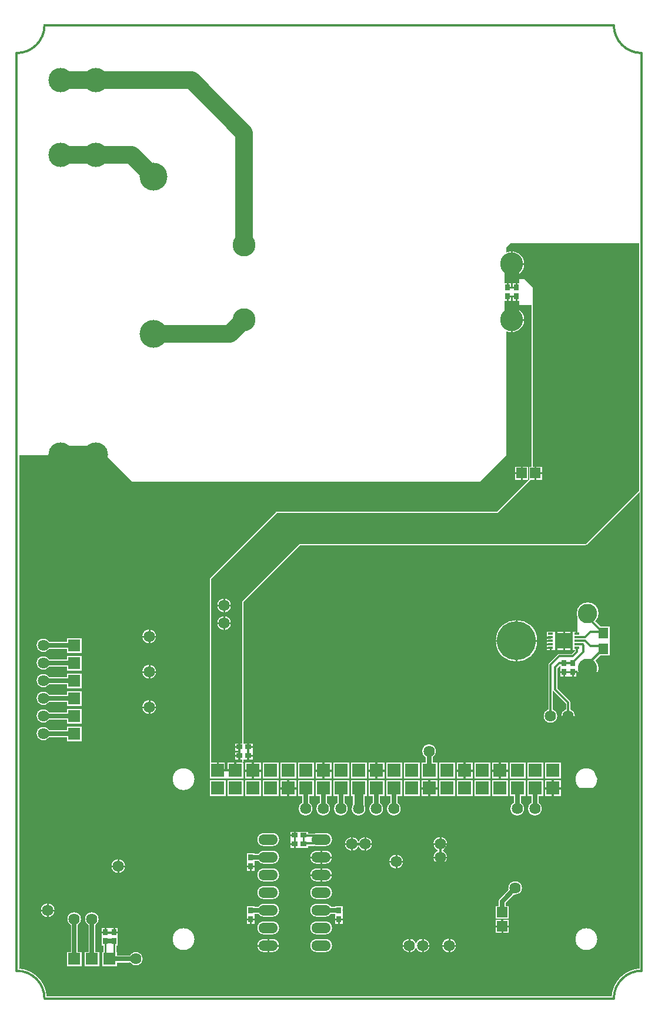
<source format=gbr>
G04 EasyPC Gerber Version 20.0.2 Build 4112 *
%FSLAX35Y35*%
%MOIN*%
%ADD28R,0.02800X0.03500*%
%ADD24R,0.05500X0.06000*%
%ADD116R,0.05906X0.05906*%
%ADD20R,0.06800X0.06800*%
%ADD119R,0.07600X0.07600*%
%ADD110C,0.00100*%
%ADD12C,0.01000*%
%ADD109C,0.01200*%
%ADD76C,0.02500*%
%ADD123C,0.05000*%
%ADD120C,0.06400*%
%ADD18O,0.11000X0.06000*%
%ADD121R,0.03110X0.01181*%
%ADD29R,0.03500X0.02800*%
%ADD108C,0.10000*%
%ADD113C,0.11024*%
%ADD115C,0.12992*%
%ADD112C,0.13780*%
%ADD124C,0.15748*%
%ADD114C,0.22047*%
%ADD122R,0.10236X0.09055*%
X0Y0D02*
D02*
D12*
X15448Y50600D02*
X13648D01*
X18148Y47900D02*
Y46100D01*
Y53300D02*
Y55100D01*
X20848Y50600D02*
X22648D01*
X25372Y302218D02*
Y300418D01*
X45372Y302218D02*
Y300418D01*
X49748Y38150D02*
X47947D01*
X50648Y33050D02*
Y25600D01*
X53148Y23100*
X50648Y39400D02*
Y41198D01*
X55448Y75600D02*
X53648D01*
X55648Y33050D02*
Y25600D01*
X53148Y23100*
X55648Y39400D02*
Y41198D01*
X56548Y38150D02*
X58349D01*
X58148Y72900D02*
Y71100D01*
Y78300D02*
Y80100D01*
X60848Y75600D02*
X62648D01*
X72948Y165600D02*
X71148D01*
X72948Y185600D02*
X71148D01*
X72948Y205600D02*
X71148D01*
X75648Y162900D02*
Y161100D01*
Y168300D02*
Y170100D01*
Y182900D02*
Y181100D01*
Y188300D02*
Y190100D01*
Y202900D02*
Y201100D01*
Y208300D02*
Y210100D01*
X78348Y165600D02*
X80148D01*
X78348Y185600D02*
X80148D01*
X78348Y205600D02*
X80148D01*
X114309Y129773D02*
Y130261D01*
Y133073D02*
Y134872D01*
X115448Y213100D02*
X113648D01*
X115448Y223100D02*
X113648D01*
X118148Y210400D02*
Y208600D01*
Y215800D02*
Y217600D01*
Y220400D02*
Y218600D01*
Y225800D02*
Y227600D01*
X120848Y213100D02*
X122648D01*
X120848Y223100D02*
X122648D01*
X124309Y133073D02*
Y134872D01*
X125548Y138100D02*
X123746D01*
X125548Y143100D02*
X123746D01*
X126798Y137200D02*
Y135399D01*
Y144000D02*
Y145801D01*
X131898Y137200D02*
Y135399D01*
Y144000D02*
Y145801D01*
X132248Y45550D02*
X130447D01*
X132248Y75550D02*
X130447D01*
X133148Y44300D02*
Y42502D01*
Y74300D02*
Y72502D01*
Y138100D02*
X134947D01*
X133148Y143100D02*
X134947D01*
X134048Y45550D02*
X135849D01*
X134048Y75550D02*
X135849D01*
X134309Y133073D02*
Y134872D01*
X138148Y30600D02*
X136349D01*
X143148Y28100D02*
Y26301D01*
Y33100D02*
Y34899D01*
X148148Y30600D02*
X149947D01*
X154309Y116473D02*
Y114675D01*
X156848Y88100D02*
X155050D01*
X156848Y93100D02*
X155050D01*
X158098Y87200D02*
Y85399D01*
Y88100D02*
Y93100D01*
Y94000D02*
Y95801D01*
X163198Y93100D02*
Y88100D01*
X168148Y70600D02*
X166349D01*
X168148Y80600D02*
X166349D01*
X173148Y68100D02*
Y66301D01*
Y73100D02*
Y74899D01*
Y78100D02*
Y76301D01*
Y83100D02*
Y84899D01*
X174309Y133073D02*
Y134872D01*
X178148Y70600D02*
X179947D01*
X178148Y80600D02*
X179947D01*
X182248Y45550D02*
X180447D01*
X183148Y44300D02*
Y42502D01*
X184048Y45550D02*
X185849D01*
X187848Y88100D02*
X186048D01*
X190548Y85400D02*
Y83600D01*
Y90800D02*
Y92600D01*
X198148Y85400D02*
Y83600D01*
Y90800D02*
Y92600D01*
X200848Y88100D02*
X202648D01*
X204309Y133073D02*
Y134872D01*
X212948Y78100D02*
X211148D01*
X215648Y75400D02*
Y73600D01*
Y80800D02*
Y82600D01*
X218348Y78100D02*
X220148D01*
X220448Y30600D02*
X218648D01*
X223148Y27900D02*
Y26100D01*
Y33300D02*
Y35100D01*
X230648Y27900D02*
Y26100D01*
Y33300D02*
Y35100D01*
X233348Y30600D02*
X235148D01*
X234309Y116473D02*
Y114675D01*
X237948Y80600D02*
X236148D01*
X237948Y88100D02*
X236148D01*
X240648Y77900D02*
Y76100D01*
Y90800D02*
Y92600D01*
X242948Y30600D02*
X241148D01*
X243348Y80600D02*
X245148D01*
X243348Y88100D02*
X245148D01*
X245648Y27900D02*
Y26100D01*
Y33300D02*
Y35100D01*
X248348Y30600D02*
X250148D01*
X254309Y133073D02*
Y134872D01*
X273195Y41663D02*
X271396D01*
X273392Y203100D02*
X271592D01*
X274309Y133073D02*
Y134872D01*
X275648Y39210D02*
Y37411D01*
X278101Y41663D02*
X279900D01*
X278672Y396858D02*
Y395057D01*
Y398108D02*
X283672D01*
X278672Y403208D02*
X283672D01*
X278672Y404458D02*
Y406257D01*
X281160Y378895D02*
Y377095D01*
Y390887D02*
Y392687D01*
Y410391D02*
Y408591D01*
Y410391D02*
Y408591D01*
Y422383D02*
Y424183D01*
X283672Y396858D02*
Y395057D01*
Y404458D02*
Y406257D01*
X283916Y192576D02*
Y190776D01*
Y213624D02*
Y215424D01*
X284258Y298100D02*
X282459D01*
X286711Y295647D02*
Y293848D01*
Y300553D02*
Y302352D01*
X287156Y384891D02*
X288956D01*
X287156Y416387D02*
X288956D01*
X294439Y203100D02*
X296239D01*
X294585Y295647D02*
Y293848D01*
Y300553D02*
Y302352D01*
X297038Y298100D02*
X298837D01*
X302034Y199163D02*
X300235D01*
X302034Y201131D02*
X300235D01*
X302034Y203100D02*
X300235D01*
X302034Y205069D02*
X300235D01*
X303089Y199072D02*
Y197273D01*
X304309Y116473D02*
Y114675D01*
X307609Y119773D02*
X309408D01*
X309748Y185550D02*
X307947D01*
X310648Y184300D02*
Y182502D01*
Y185550D02*
X315648D01*
X310648Y199072D02*
Y197273D01*
Y207128D02*
Y208927D01*
X315648Y184300D02*
Y182502D01*
X318207Y207037D02*
X317707D01*
Y210600*
D02*
D18*
X143148Y30600D03*
Y40600D03*
Y50600D03*
Y60600D03*
Y70600D03*
Y80600D03*
Y90600D03*
X173148Y30600D03*
Y40600D03*
Y50600D03*
Y60600D03*
Y70600D03*
Y80600D03*
Y90600D03*
D02*
D20*
X33148Y23100D03*
Y150600D03*
Y160600D03*
Y170600D03*
Y180600D03*
Y190600D03*
Y200600D03*
X43148Y23100D03*
X53148D03*
D02*
D24*
X333148Y198600D03*
Y207600D03*
D02*
D28*
X50648Y33050D03*
Y38150D03*
X55648Y33050D03*
Y38150D03*
X133148Y45550D03*
Y50650D03*
Y75550D03*
Y80650D03*
X183148Y45550D03*
Y50650D03*
X278672Y398108D03*
Y403208D03*
X283672Y398108D03*
Y403208D03*
X310648Y185550D03*
Y190650D03*
X315648Y185550D03*
Y190650D03*
D02*
D29*
X126798Y138100D03*
Y143100D03*
X131898Y138100D03*
Y143100D03*
X158098Y88100D03*
Y93100D03*
X163198Y88100D03*
Y93100D03*
D02*
D76*
X15648Y150600D02*
X33148D01*
X15648Y160600D02*
X33148D01*
X15648Y170600D02*
X33148D01*
X15648Y180600D02*
X33148D01*
X15648Y190600D02*
X33148D01*
X15648Y200600D02*
X33148D01*
Y45550D02*
Y23100D01*
X43148Y45550D02*
Y23100D01*
X50648Y33050D02*
X55648D01*
X53148Y23100D02*
X68148D01*
X133148Y50650D02*
X143098D01*
X143148Y50600*
X133148Y80650D02*
X143098D01*
X143148Y80600*
X164309Y119773D02*
Y108100D01*
X174309Y119773D02*
Y108100D01*
X183148Y50650D02*
X173198D01*
X173148Y50600*
X184309Y119773D02*
Y108100D01*
X204348D02*
Y119735D01*
X204309Y119773*
X214348Y108100D02*
Y119735D01*
X214309Y119773*
X234309Y129773D02*
Y140600D01*
X275648Y49537D02*
Y55600D01*
X283148Y63100*
X284309Y119773D02*
Y108100D01*
X294309Y119773D02*
Y108100D01*
D02*
D108*
X25372Y478100D02*
X45372D01*
X25372Y520423D02*
X45372D01*
Y308608D02*
X25372D01*
X45372Y478100D02*
X65836D01*
X78148Y465788*
Y376812D02*
X121506D01*
X129585Y384891*
Y427214D02*
Y490600D01*
X99762Y520423*
X45372*
D02*
D109*
X16348Y600D02*
G75*
G03X600Y16348I-15748D01*
G01*
Y535840*
G75*
G03X16348Y551588J15748*
G01*
X339083*
G75*
G03X354831Y535840I15748*
G01*
Y16348*
G75*
G03X339083Y600J-15748*
G01*
X16348*
X114309Y129773D02*
X124309D01*
X163198Y88100D02*
Y88400D01*
X170648*
X172848Y90600*
X173148*
X163198Y93100D02*
Y92800D01*
X170648*
X172848Y90600*
X173148*
X310648Y190650D02*
X308148D01*
X305648Y188150*
Y175600*
X313148Y168100*
Y160600*
X310648Y190650D02*
X315648D01*
Y190700*
X321848Y196900*
Y200600*
X321317Y201131*
X318207*
Y199163D02*
Y196959D01*
X315648Y194400*
X308148*
X303148Y189400*
Y160600*
X318207Y203100D02*
X322648D01*
X325648Y200100*
X331148*
X332648Y198600*
X333148*
X318207Y205069D02*
X322617D01*
X325648Y208100*
X332648*
X333148Y207600*
X324270Y187549D02*
Y189722D01*
X333148Y198600*
X324270Y218651D02*
Y216478D01*
X333148Y207600*
D02*
D110*
X2050Y308100D02*
Y291198D01*
X67548*
X50648Y308100*
X2050*
G36*
Y291198*
X67548*
X50648Y308100*
X2050*
G37*
X50648Y38600D02*
Y37600D01*
X55648*
Y38600*
X50648*
G36*
Y37600*
X55648*
Y38600*
X50648*
G37*
X118548Y134600D02*
Y129600D01*
X119848*
Y134600*
X118548*
G36*
Y129600*
X119848*
Y134600*
X118548*
G37*
X123849Y135600D02*
Y130600D01*
X124849*
Y135600*
X123849*
G36*
Y130600*
X124849*
Y135600*
X123849*
G37*
X126246Y145600D02*
Y135600D01*
X127246*
Y145600*
X126246*
G36*
Y135600*
X127246*
Y145600*
X126246*
G37*
X128148Y135850D02*
X124199D01*
Y140350*
X127148*
Y140850*
X124199*
Y145350*
X128148*
Y225600*
X160648Y258100*
X323148*
X353148Y288100*
Y428100*
X280648*
X278148Y425600*
Y423087*
G75*
G02X288506Y416387I3012J-6700*
G01*
G75*
G02X278148Y409687I-7346*
G01*
Y408100*
X288148*
X293148Y403100*
Y301903*
X298388*
Y294297*
X291845*
X273148Y275600*
X148148*
X110648Y238100*
Y134423*
X118500*
Y134600*
G75*
G02X118550Y134650I50*
G01*
X119849*
G75*
G02X119899Y134600J-50*
G01*
Y134423*
X128148*
Y135850*
X114098Y213100D02*
G75*
G02X122198I4050D01*
G01*
G75*
G02X114098I-4050*
G01*
Y223100D02*
G75*
G02X122198I4050D01*
G01*
G75*
G02X114098I-4050*
G01*
X128148Y213100D02*
G36*
X122198D01*
G75*
G02X114098I-4050*
G01*
X110698*
Y134473*
X118500*
Y134600*
Y134600*
G75*
G02X118550Y134650I50*
G01*
X119849*
G75*
G02X119899Y134600J-50*
G01*
Y134600*
Y134473*
X128148*
Y135850*
X124199*
Y140350*
X127148*
Y140850*
X124199*
Y145350*
X128148*
Y213100*
G37*
Y223100D02*
G36*
X122198D01*
G75*
G02X114098I-4050*
G01*
X110698*
Y213100*
X114098*
G75*
G02X122198I4050*
G01*
X128148*
Y223100*
G37*
X353098Y288050D02*
G36*
Y428050D01*
X280598*
X278148Y425600*
Y423087*
G75*
G02X288506Y416387I3012J-6700*
G01*
Y416387*
Y416387*
G75*
G02X278148Y409687I-7346*
G01*
Y408100*
X288148*
X293148Y403100*
Y301903*
X298388*
Y294297*
X291845*
X273148Y275600*
X148148*
X110698Y238150*
Y223100*
X114098*
G75*
G02X122198I4050*
G01*
X128148*
Y225600*
X160648Y258100*
X323148*
X353098Y288050*
G37*
X129349Y130198D02*
Y129198D01*
X139349*
Y130198*
X129349*
G36*
Y129198*
X139349*
Y130198*
X129349*
G37*
X131246Y145600D02*
Y135600D01*
X132246*
Y145600*
X131246*
G36*
Y135600*
X132246*
Y145600*
X131246*
G37*
X134746Y124423D02*
Y134399D01*
X133746*
Y124423*
X134746*
G36*
Y134399*
X133746*
Y124423*
X134746*
G37*
X149148Y120100D02*
Y119100D01*
X159148*
Y120100*
X149148*
G36*
Y119100*
X159148*
Y120100*
X149148*
G37*
X153746Y124801D02*
Y114801D01*
X154746*
Y124801*
X153746*
G36*
Y114801*
X154746*
Y124801*
X153746*
G37*
X169349Y130198D02*
Y129198D01*
X179349*
Y130198*
X169349*
G36*
Y129198*
X179349*
Y130198*
X169349*
G37*
X174746Y124423D02*
Y134399D01*
X173746*
Y124423*
X174746*
G36*
Y134399*
X173746*
Y124423*
X174746*
G37*
X193148Y88698D02*
Y87600D01*
X195648*
Y88698*
X193148*
G36*
Y87600*
X195648*
Y88698*
X193148*
G37*
X199349Y130198D02*
Y129198D01*
X209349*
Y130198*
X199349*
G36*
Y129198*
X209349*
Y130198*
X199349*
G37*
X204746Y124423D02*
Y134399D01*
X203746*
Y124423*
X204746*
G36*
Y134399*
X203746*
Y124423*
X204746*
G37*
X229349Y120100D02*
Y119100D01*
X239349*
Y120100*
X229349*
G36*
Y119100*
X239349*
Y120100*
X229349*
G37*
X233746Y124801D02*
Y114801D01*
X234746*
Y124801*
X233746*
G36*
Y114801*
X234746*
Y124801*
X233746*
G37*
X240148Y85600D02*
Y80600D01*
X241148*
Y85600*
X240148*
G36*
Y80600*
X241148*
Y85600*
X240148*
G37*
X249349Y130198D02*
Y129198D01*
X259349*
Y130198*
X249349*
G36*
Y129198*
X259349*
Y130198*
X249349*
G37*
X253746Y134600D02*
Y124600D01*
X254746*
Y134600*
X253746*
G36*
Y124600*
X254746*
Y134600*
X253746*
G37*
X269349Y130198D02*
Y129198D01*
X279349*
Y130198*
X269349*
G36*
Y129198*
X279349*
Y130198*
X269349*
G37*
X273746Y134600D02*
Y124600D01*
X274746*
Y134600*
X273746*
G36*
Y124600*
X274746*
Y134600*
X273746*
G37*
X275148Y45600D02*
Y40600D01*
X276148*
Y45600*
X275148*
G36*
Y40600*
X276148*
Y45600*
X275148*
G37*
X277274Y393809D02*
Y384907D01*
X285073*
Y393809*
X277274*
G36*
Y384907*
X285073*
Y393809*
X277274*
G37*
Y416407D02*
Y406309D01*
X285073*
Y416407*
X277274*
G36*
Y406309*
X285073*
Y416407*
X277274*
G37*
X281424Y398108D02*
X280924D01*
Y395509*
X277274*
Y391125*
G75*
G02X285073Y391108I3886J-6234*
G01*
Y395509*
X281424*
Y398108*
G36*
X280924*
Y395509*
X277274*
Y391125*
G75*
G02X285073Y391108I3886J-6234*
G01*
Y395509*
X281424*
Y398108*
G37*
X285073Y410170D02*
G75*
G02X277274Y410153I-3913J6217D01*
G01*
Y405809*
X280924*
Y403208*
X281424*
Y405809*
X285073*
Y410170*
G36*
G75*
G02X277274Y410153I-3913J6217*
G01*
Y405809*
X280924*
Y403208*
X281424*
Y405809*
X285073*
Y410170*
G37*
X292248Y393100D02*
X278148D01*
Y391591*
G75*
G02X288506Y384891I3012J-6700*
G01*
G75*
G02X278148Y378191I-7346*
G01*
Y308100*
X263148Y293100*
X65648*
X52683Y306065*
G75*
G02X37649Y308100I-7310J2543*
G01*
X33096*
G75*
G02X17649I-7723J508*
G01*
X2050*
Y17737*
G75*
G02X17737Y2050I-1450J-17137*
G01*
X337695*
G75*
G02X353381Y17737I17137J-1450*
G01*
Y287061*
X323784Y257464*
G75*
G02X323146Y257200I-637J636*
G01*
X161021*
X129048Y225227*
Y145350*
X134498*
Y140850*
X134447*
Y140350*
X134498*
Y135850*
X129048*
Y134423*
G75*
G02X128959Y134033I-900*
G01*
Y125124*
X119660*
Y125198*
X118959*
Y125124*
X109660*
Y134423*
X109748*
Y238098*
G75*
G02Y238100I265J1*
G01*
Y238100*
G75*
G02X110012Y238736I900J0*
G01*
X147512Y276236*
G75*
G02X148150Y276500I637J-636*
G01*
X272775*
X290782Y294507*
Y301903*
X292248*
Y393100*
X169660Y124423D02*
X178959D01*
Y115124*
X176409*
Y111563*
G75*
G02X178359Y108100I-2100J-3463*
G01*
G75*
G02X170259I-4050*
G01*
G75*
G02X172209Y111563I4050*
G01*
Y115124*
X169660*
Y124423*
Y134423D02*
X178959D01*
Y125124*
X169660*
Y134423*
X179660Y124423D02*
X188959D01*
Y115124*
X186409*
Y111563*
G75*
G02X188359Y108100I-2100J-3463*
G01*
G75*
G02X180259I-4050*
G01*
G75*
G02X182209Y111563I4050*
G01*
Y115124*
X179660*
Y124423*
X194348Y89501D02*
G75*
G02X202198Y88100I3800J-1401D01*
G01*
G75*
G02X194348Y86699I-4050*
G01*
G75*
G02X186498Y88100I-3800J1401*
G01*
G75*
G02X194348Y89501I4050*
G01*
X179660Y134423D02*
X188959D01*
Y125124*
X179660*
Y134423*
X189660Y124423D02*
X198959D01*
Y115124*
X197856*
Y110125*
G75*
G02X198398Y108100I-3507J-2025*
G01*
G75*
G02X190298I-4050*
G01*
G75*
G02X190841Y110125I4050*
G01*
Y115124*
X189660*
Y124423*
Y134423D02*
X198959D01*
Y125124*
X189660*
Y134423*
X199660Y124423D02*
X208959D01*
Y115124*
X206606*
Y111463*
G75*
G02X208398Y108100I-2257J-3363*
G01*
G75*
G02X200298I-4050*
G01*
G75*
G02X202091Y111463I4050*
G01*
Y115124*
X199660*
Y124423*
Y134423D02*
X208959D01*
Y125124*
X199660*
Y134423*
X209660Y124423D02*
X218959D01*
Y115124*
X216606*
Y111463*
G75*
G02X218398Y108100I-2257J-3363*
G01*
G75*
G02X210298I-4050*
G01*
G75*
G02X212091Y111463I4050*
G01*
Y115124*
X209660*
Y124423*
X211598Y78100D02*
G75*
G02X219698I4050D01*
G01*
G75*
G02X211598I-4050*
G01*
X226898Y32130D02*
G75*
G02X234698Y30600I3750J-1530D01*
G01*
G75*
G02X226898Y29070I-4050*
G01*
G75*
G02X219098Y30600I-3750J1530*
G01*
G75*
G02X226898Y32130I4050*
G01*
X209660Y134423D02*
X218959D01*
Y125124*
X209660*
Y134423*
X219660Y124423D02*
X228959D01*
Y115124*
X219660*
Y124423*
Y134423D02*
X228959D01*
Y125124*
X219660*
Y134423*
X229660Y124423D02*
X238959D01*
Y115124*
X229660*
Y124423*
X236598Y88100D02*
G75*
G02X244698I4050D01*
G01*
G75*
G02X242178Y84350I-4050*
G01*
G75*
G02X244698Y80600I-1530J-3750*
G01*
G75*
G02X236598I-4050*
G01*
G75*
G02X239119Y84350I4050*
G01*
G75*
G02X236598Y88100I1530J3750*
G01*
X241598Y30600D02*
G75*
G02X249698I4050D01*
G01*
G75*
G02X241598I-4050*
G01*
X236409Y134423D02*
X238959D01*
Y125124*
X229660*
Y134423*
X232209*
Y137137*
G75*
G02X230259Y140600I2100J3463*
G01*
G75*
G02X238359I4050*
G01*
G75*
G02X236409Y137137I-4050*
G01*
Y134423*
X239660Y124423D02*
X248959D01*
Y115124*
X239660*
Y124423*
Y134423D02*
X248959D01*
Y125124*
X239660*
Y134423*
X249660Y124423D02*
X258959D01*
Y115124*
X249660*
Y124423*
Y134423D02*
X258959D01*
Y125124*
X249660*
Y134423*
X259660Y124423D02*
X268959D01*
Y115124*
X259660*
Y124423*
Y134423D02*
X268959D01*
Y125124*
X259660*
Y134423*
X269660Y124423D02*
X278959D01*
Y115124*
X269660*
Y124423*
X271845Y45466D02*
X279451D01*
Y37860*
X271845*
Y45466*
X279098Y63100D02*
G75*
G02X287198I4050D01*
G01*
G75*
G02X282184Y59167I-4050*
G01*
X277748Y54730*
Y53340*
X279451*
Y45734*
X271845*
Y53340*
X273548*
Y55600*
G75*
G02X274163Y57085I2100*
G01*
X279215Y62136*
G75*
G02X279098Y63100I3933J965*
G01*
X269660Y134423D02*
X278959D01*
Y125124*
X269660*
Y134423*
X272042Y203100D02*
G75*
G02X295789I11874D01*
G01*
G75*
G02X272042I-11874*
G01*
X279660Y124423D02*
X288959D01*
Y115124*
X286409*
Y111563*
G75*
G02X288359Y108100I-2100J-3463*
G01*
G75*
G02X280259I-4050*
G01*
G75*
G02X282209Y111563I4050*
G01*
Y115124*
X279660*
Y124423*
Y134423D02*
X288959D01*
Y125124*
X279660*
Y134423*
X289660Y124423D02*
X298959D01*
Y115124*
X296409*
Y111563*
G75*
G02X298359Y108100I-2100J-3463*
G01*
G75*
G02X290259I-4050*
G01*
G75*
G02X292209Y111563I4050*
G01*
Y115124*
X289660*
Y124423*
Y134423D02*
X298959D01*
Y125124*
X289660*
Y134423*
X336746Y205600D02*
X336849D01*
Y200600*
X336746*
Y194750*
X331348*
X328707Y192108*
G75*
G02X330632Y187549I-4437J-4559*
G01*
G75*
G02X318053Y186198I-6362*
G01*
X317898*
Y182950*
X314349*
Y182899*
X311849*
Y182950*
X308398*
Y188849*
X307098Y187549*
Y176201*
X314172Y169127*
G75*
G02X314598Y168100I-1024J-1027*
G01*
Y164381*
G75*
G02X317198Y160600I-1450J-3781*
G01*
G75*
G02X309098I-4050*
G01*
G75*
G02X311698Y164381I4050*
G01*
Y167499*
X304624Y174573*
G75*
G02X304598Y174600I1024J1020*
G01*
Y164381*
G75*
G02X307198Y160600I-1450J-3781*
G01*
G75*
G02X299098I-4050*
G01*
G75*
G02X301698Y164381I4050*
G01*
Y189400*
G75*
G02X302124Y190427I1450*
G01*
X307121Y195424*
G75*
G02X308148Y195850I1027J-1024*
G01*
X315047*
X316757Y197560*
Y197722*
X300683*
Y208478*
X318148*
Y216921*
G75*
G02X317908Y218651I6122J1730*
G01*
G75*
G02X330632I6362*
G01*
G75*
G02X328707Y214092I-6362*
G01*
X331348Y211450*
X336746*
Y205600*
X317121Y34222D02*
G75*
G02X329844I6362D01*
G01*
G75*
G02X317121I-6362*
G01*
Y124773D02*
G75*
G02X329844I6362D01*
G01*
G75*
G02X317121I-6362*
G01*
X299660Y124423D02*
X308959D01*
Y115124*
X299660*
Y124423*
Y134423D02*
X308959D01*
Y125124*
X299660*
Y134423*
X139660Y124423D02*
X148959D01*
Y115124*
X139660*
Y124423*
Y134423D02*
X148959D01*
Y125124*
X139660*
Y134423*
X149660Y124423D02*
X158959D01*
Y115124*
X149660*
Y124423*
X175648Y94450D02*
G75*
G02Y86750J-3850D01*
G01*
X170648*
G75*
G02X169497Y86926J3851*
G01*
X165798*
Y85850*
X155498*
Y90350*
X155550*
Y90850*
X155498*
Y95350*
X165798*
Y94251*
X169424*
G75*
G02X170648Y94450I1224J-3651*
G01*
X175648*
Y34450D02*
G75*
G02Y26750J-3850D01*
G01*
X170648*
G75*
G02Y34450J3850*
G01*
X175648*
Y44450D02*
G75*
G02Y36750J-3850D01*
G01*
X170648*
G75*
G02Y44450J3850*
G01*
X175648*
X185398Y50833D02*
G75*
G02Y50467I-2249J-183D01*
G01*
Y42950*
X180898*
Y48393*
X178803*
G75*
G02X175648Y46750I-3155J2207*
G01*
X170648*
G75*
G02Y54450J3850*
G01*
X175648*
G75*
G02X178730Y52907J-3850*
G01*
X180898*
Y53250*
X185398*
Y50833*
X175648Y64450D02*
G75*
G02Y56750J-3850D01*
G01*
X170648*
G75*
G02Y64450J3850*
G01*
X175648*
Y74450D02*
G75*
G02Y66750J-3850D01*
G01*
X170648*
G75*
G02Y74450J3850*
G01*
X175648*
Y84450D02*
G75*
G02Y76750J-3850D01*
G01*
X170648*
G75*
G02Y84450J3850*
G01*
X175648*
X149660Y134423D02*
X158959D01*
Y125124*
X149660*
Y134423*
X159660Y124423D02*
X168959D01*
Y115124*
X166409*
Y111563*
G75*
G02X168359Y108100I-2100J-3463*
G01*
G75*
G02X160259I-4050*
G01*
G75*
G02X162209Y111563I4050*
G01*
Y115124*
X159660*
Y124423*
Y134423D02*
X168959D01*
Y125124*
X159660*
Y134423*
X129660Y124423D02*
X138959D01*
Y115124*
X129660*
Y124423*
X145648Y54450D02*
G75*
G02Y46750J-3850D01*
G01*
X140648*
G75*
G02X137493Y48393J3850*
G01*
X135398*
Y42950*
X130898*
Y50467*
G75*
G02Y50833I2248J183*
G01*
Y53250*
X135398*
Y52907*
X137566*
G75*
G02X140648Y54450I3082J-2307*
G01*
X145648*
Y34450D02*
G75*
G02Y26750J-3850D01*
G01*
X140648*
G75*
G02Y34450J3850*
G01*
X145648*
Y44450D02*
G75*
G02Y36750J-3850D01*
G01*
X140648*
G75*
G02Y44450J3850*
G01*
X145648*
Y84450D02*
G75*
G02Y76750J-3850D01*
G01*
X140648*
G75*
G02X137493Y78393J3850*
G01*
X135398*
Y72950*
X130898*
Y80467*
G75*
G02Y80833I2248J183*
G01*
Y83250*
X135398*
Y82907*
X137566*
G75*
G02X140648Y84450I3082J-2307*
G01*
X145648*
Y64450D02*
G75*
G02Y56750J-3850D01*
G01*
X140648*
G75*
G02Y64450J3850*
G01*
X145648*
Y74450D02*
G75*
G02Y66750J-3850D01*
G01*
X140648*
G75*
G02Y74450J3850*
G01*
X145648*
Y94450D02*
G75*
G02Y86750J-3850D01*
G01*
X140648*
G75*
G02Y94450J3850*
G01*
X145648*
X129660Y134423D02*
X138959D01*
Y125124*
X129660*
Y134423*
X119660Y124423D02*
X128959D01*
Y115124*
X119660*
Y124423*
X282908Y301903D02*
X290514D01*
Y294297*
X282908*
Y301903*
X71598Y165600D02*
G75*
G02X79698I4050D01*
G01*
G75*
G02X71598I-4050*
G01*
Y185600D02*
G75*
G02X79698I4050D01*
G01*
G75*
G02X71598I-4050*
G01*
Y205600D02*
G75*
G02X79698I4050D01*
G01*
G75*
G02X71598I-4050*
G01*
X88774Y34222D02*
G75*
G02X101498I6362D01*
G01*
G75*
G02X88774I-6362*
G01*
Y124773D02*
G75*
G02X101498I6362D01*
G01*
G75*
G02X88774I-6362*
G01*
X109660Y124423D02*
X118959D01*
Y115124*
X109660*
Y124423*
X54098Y75600D02*
G75*
G02X62198I4050D01*
G01*
G75*
G02X54098I-4050*
G01*
X64685Y25200D02*
G75*
G02X72198Y23100I3463J-2100D01*
G01*
G75*
G02X64685Y21000I-4050*
G01*
X57398*
Y18850*
X48898*
Y27350*
X49298*
Y30450*
X48398*
Y40750*
X52898*
Y40698*
X53398*
Y40750*
X57898*
Y30450*
X56998*
Y27350*
X57398*
Y25200*
X64685*
X45248Y27350D02*
X47398D01*
Y18850*
X38898*
Y27350*
X41048*
Y42087*
G75*
G02X39098Y45550I2100J3463*
G01*
G75*
G02X47198I4050*
G01*
G75*
G02X45248Y42087I-4050*
G01*
Y27350*
X28898Y154850D02*
X37398D01*
Y146350*
X28898*
Y148500*
X19111*
G75*
G02X11598Y150600I-3463J2100*
G01*
G75*
G02X19111Y152700I4050*
G01*
X28898*
Y154850*
X35248Y27350D02*
X37398D01*
Y18850*
X28898*
Y27350*
X31048*
Y42087*
G75*
G02X29098Y45550I2100J3463*
G01*
G75*
G02X37198I4050*
G01*
G75*
G02X35248Y42087I-4050*
G01*
Y27350*
X14098Y50600D02*
G75*
G02X22198I4050D01*
G01*
G75*
G02X14098I-4050*
G01*
X28898Y164850D02*
X37398D01*
Y156350*
X28898*
Y158500*
X19111*
G75*
G02X11598Y160600I-3463J2100*
G01*
G75*
G02X19111Y162700I4050*
G01*
X28898*
Y164850*
Y174850D02*
X37398D01*
Y166350*
X28898*
Y168500*
X19111*
G75*
G02X11598Y170600I-3463J2100*
G01*
G75*
G02X19111Y172700I4050*
G01*
X28898*
Y174850*
Y184850D02*
X37398D01*
Y176350*
X28898*
Y178500*
X19111*
G75*
G02X11598Y180600I-3463J2100*
G01*
G75*
G02X19111Y182700I4050*
G01*
X28898*
Y184850*
Y194850D02*
X37398D01*
Y186350*
X28898*
Y188500*
X19111*
G75*
G02X11598Y190600I-3463J2100*
G01*
G75*
G02X19111Y192700I4050*
G01*
X28898*
Y194850*
Y204850D02*
X37398D01*
Y196350*
X28898*
Y198500*
X19111*
G75*
G02X11598Y200600I-3463J2100*
G01*
G75*
G02X19111Y202700I4050*
G01*
X28898*
Y204850*
X353331Y17732D02*
G36*
Y30600D01*
X328713*
G75*
G02X318253I-5230J3622*
G01*
X249698*
G75*
G02X241598I-4050*
G01*
X234698*
G75*
G02X226898Y29070I-4050J0*
G01*
G75*
G02X219098Y30600I-3750J1530*
G01*
X179498*
G75*
G02X175648Y26750I-3850*
G01*
X170648*
G75*
G02X166798Y30600J3850*
G01*
X149498*
G75*
G02X145648Y26750I-3850*
G01*
X140648*
G75*
G02X136798Y30600J3850*
G01*
X100366*
G75*
G02X89906I-5230J3622*
G01*
X57898*
Y30450*
X56998*
Y27350*
X57398*
Y25200*
X64685*
G75*
G02X72198Y23100I3463J-2100*
G01*
G75*
G02X64685Y21000I-4050*
G01*
X57398*
Y18850*
X48898*
Y27350*
X49298*
Y30450*
X48398*
Y30600*
X45248*
Y27350*
X47398*
Y18850*
X38898*
Y27350*
X41048*
Y30600*
X35248*
Y27350*
X37398*
Y18850*
X28898*
Y27350*
X31048*
Y30600*
X2100*
Y17732*
G75*
G02X17732Y2100I-1500J-17133*
G01*
X337699*
G75*
G02X353331Y17732I17133J-1500*
G01*
G37*
X31048Y41663D02*
G36*
X2100D01*
Y30600*
X31048*
Y41663*
G37*
X41048D02*
G36*
X35248D01*
Y30600*
X41048*
Y41663*
G37*
X279451D02*
G36*
Y37860D01*
X271845*
Y41663*
X179349*
G75*
G02X179498Y40600I-3701J-1063*
G01*
G75*
G02X175648Y36750I-3850*
G01*
X170648*
G75*
G02X166798Y40600J3850*
G01*
G75*
G02X166947Y41663I3850*
G01*
X149349*
G75*
G02X149498Y40600I-3701J-1063*
G01*
G75*
G02X145648Y36750I-3850*
G01*
X140648*
G75*
G02X136798Y40600J3850*
G01*
G75*
G02X136947Y41663I3850*
G01*
X45248*
Y30600*
X48398*
Y40750*
X52898*
Y40698*
X53398*
Y40750*
X57898*
Y30600*
X89906*
G75*
G02X88774Y34222I5230J3622*
G01*
G75*
G02X101498I6362*
G01*
G75*
G02X100366Y30600I-6362J0*
G01*
X136798*
G75*
G02X140648Y34450I3850*
G01*
X145648*
G75*
G02X149498Y30600J-3850*
G01*
X166798*
G75*
G02X170648Y34450I3850*
G01*
X175648*
G75*
G02X179498Y30600J-3850*
G01*
X219098*
G75*
G02X226898Y32130I4050J0*
G01*
G75*
G02X234698Y30600I3750J-1530*
G01*
X241598*
G75*
G02X249698I4050*
G01*
X318253*
G75*
G02X317121Y34222I5230J3622*
G01*
G75*
G02X329844I6362*
G01*
G75*
G02X328713Y30600I-6362J0*
G01*
X353331*
Y41663*
X279451*
G37*
X30603Y48700D02*
G36*
X21725D01*
G75*
G02X14571I-3577J1900*
G01*
X2100*
Y41663*
X31048*
Y42087*
G75*
G02X29098Y45550I2099J3463*
G01*
Y45550*
G75*
G02X30603Y48700I4050*
G01*
G37*
X40603D02*
G36*
X35693D01*
G75*
G02X37198Y45550I-2545J-3150*
G01*
Y45550*
G75*
G02X35248Y42087I-4049*
G01*
Y41663*
X41048*
Y42087*
G75*
G02X39098Y45550I2099J3463*
G01*
Y45550*
G75*
G02X40603Y48700I4050*
G01*
G37*
X279451D02*
G36*
Y45734D01*
X271845*
Y48700*
X185398*
Y42950*
X180898*
Y48393*
X178803*
G75*
G02X175648Y46750I-3155J2208*
G01*
X170648*
G75*
G02X167299Y48700J3850*
G01*
X148997*
G75*
G02X145648Y46750I-3349J1900*
G01*
X140648*
G75*
G02X137493Y48393I0J3851*
G01*
X135398*
Y42950*
X130898*
Y48700*
X45693*
G75*
G02X47198Y45550I-2545J-3150*
G01*
Y45550*
G75*
G02X45248Y42087I-4049*
G01*
Y41663*
X136947*
G75*
G02X140648Y44450I3701J-1063*
G01*
X145648*
G75*
G02X149349Y41663J-3850*
G01*
X166947*
G75*
G02X170648Y44450I3701J-1063*
G01*
X175648*
G75*
G02X179349Y41663J-3850*
G01*
X271845*
Y45466*
X279451*
Y41663*
X353331*
Y48700*
X279451*
G37*
X273724Y56442D02*
G36*
X2100D01*
Y48700*
X14571*
G75*
G02X14098Y50600I3577J1900*
G01*
G75*
G02X22198I4050*
G01*
G75*
G02X21725Y48700I-4050J0*
G01*
X30603*
G75*
G02X35693I2545J-3151*
G01*
X40603*
G75*
G02X45693I2545J-3151*
G01*
X130898*
Y50467*
G75*
G02X130891Y50650I2246J183*
G01*
G75*
G02X130898Y50833I2254*
G01*
Y53250*
X135398*
Y52907*
X137566*
G75*
G02X140648Y54450I3083J-2308*
G01*
X145648*
G75*
G02X149498Y50600J-3850*
G01*
G75*
G02X148997Y48700I-3850*
G01*
X167299*
G75*
G02X166798Y50600I3349J1900*
G01*
G75*
G02X170648Y54450I3850*
G01*
X175648*
G75*
G02X178730Y52907I0J-3851*
G01*
X180898*
Y53250*
X185398*
Y50833*
G75*
G02X185406Y50650I-2246J-183*
G01*
G75*
G02X185398Y50467I-2254*
G01*
Y48700*
X271845*
Y53340*
X273548*
Y55600*
G75*
G02X273724Y56442I2101*
G01*
G37*
X279459D02*
G36*
X277748Y54730D01*
Y53340*
X279451*
Y48700*
X353331*
Y56442*
X279459*
G37*
X277678Y60600D02*
G36*
X179498D01*
G75*
G02X175648Y56750I-3850*
G01*
X170648*
G75*
G02X166798Y60600J3850*
G01*
X149498*
G75*
G02X145648Y56750I-3850*
G01*
X140648*
G75*
G02X136798Y60600J3850*
G01*
X2100*
Y56442*
X273724*
G75*
G02X274163Y57085I1925J-843*
G01*
X277678Y60600*
G37*
X286334D02*
G36*
G75*
G02X282184Y59167I-3186J2500D01*
G01*
X279459Y56442*
X353331*
Y60600*
X286334*
G37*
G36*
X353331*
Y70600*
X179498*
G75*
G02X175648Y66750I-3850*
G01*
X170648*
G75*
G02X166798Y70600J3850*
G01*
X149498*
G75*
G02X145648Y66750I-3850*
G01*
X140648*
G75*
G02X136798Y70600J3850*
G01*
X2100*
Y60600*
X136798*
G75*
G02X140648Y64450I3850*
G01*
X145648*
G75*
G02X149498Y60600J-3850*
G01*
X166798*
G75*
G02X170648Y64450I3850*
G01*
X175648*
G75*
G02X179498Y60600J-3850*
G01*
X277678*
X279215Y62136*
G75*
G02X279098Y63098I3912J962*
G01*
G75*
G02Y63100I4511J1*
G01*
G75*
G02X287198I4050*
G01*
G75*
G02X286334Y60600I-4050*
G01*
G37*
X243834Y78100D02*
G36*
G75*
G02X237462I-3186J2500D01*
G01*
X219698*
G75*
G02X211598I-4050*
G01*
X178576*
G75*
G02X175648Y76750I-2928J2500*
G01*
X170648*
G75*
G02X167720Y78100J3850*
G01*
X148576*
G75*
G02X145648Y76750I-2928J2500*
G01*
X140648*
G75*
G02X137720Y78100I0J3852*
G01*
X135398*
Y72950*
X130898*
Y78100*
X61334*
G75*
G02X62198Y75600I-3186J-2500*
G01*
G75*
G02X54098I-4050*
G01*
G75*
G02X54962Y78100I4050*
G01*
X2100*
Y70600*
X136798*
G75*
G02X140648Y74450I3850*
G01*
X145648*
G75*
G02X149498Y70600J-3850*
G01*
X166798*
G75*
G02X170648Y74450I3850*
G01*
X175648*
G75*
G02X179498Y70600J-3850*
G01*
X353331*
Y78100*
X243834*
G37*
X236598Y88100D02*
G36*
X202198D01*
G75*
G02X194348Y86699I-4050*
G01*
G75*
G02X186498Y88100I-3800J1401*
G01*
X178576*
G75*
G02X175648Y86750I-2928J2500*
G01*
X170648*
G75*
G02X169497Y86926I-2J3840*
G01*
X165798*
Y85850*
X155498*
Y88100*
X148576*
G75*
G02X145648Y86750I-2928J2500*
G01*
X140648*
G75*
G02X137720Y88100J3850*
G01*
X2100*
Y78100*
X54962*
G75*
G02X61334I3186J-2500*
G01*
X130898*
Y80467*
G75*
G02X130891Y80650I2246J183*
G01*
G75*
G02X130898Y80833I2254*
G01*
Y83250*
X135398*
Y82907*
X137566*
G75*
G02X140648Y84450I3083J-2308*
G01*
X145648*
G75*
G02X149498Y80600J-3850*
G01*
G75*
G02X148576Y78100I-3850*
G01*
X167720*
G75*
G02X166798Y80600I2928J2500*
G01*
G75*
G02X170648Y84450I3850*
G01*
X175648*
G75*
G02X179498Y80600J-3850*
G01*
G75*
G02X178576Y78100I-3850*
G01*
X211598*
G75*
G02X219698I4050*
G01*
X237462*
G75*
G02X236598Y80600I3186J2500*
G01*
G75*
G02X239119Y84350I4050*
G01*
G75*
G02X236598Y88100I1530J3750*
G01*
G37*
X137720Y78100D02*
G36*
G75*
G02X137493Y78393I2929J2500D01*
G01*
X135398*
Y78100*
X137720*
G37*
X244698Y88100D02*
G36*
G75*
G02X242178Y84350I-4050D01*
G01*
G75*
G02X244698Y80600I-1530J-3750*
G01*
G75*
G02X243834Y78100I-4050*
G01*
X353331*
Y88100*
X244698*
G37*
X296409Y114236D02*
G36*
Y111563D01*
G75*
G02X298359Y108100I-2099J-3463*
G01*
Y108100*
G75*
G02X290259I-4050*
G01*
Y108100*
G75*
G02X292209Y111563I4049*
G01*
Y114236*
X286409*
Y111563*
G75*
G02X288359Y108100I-2099J-3463*
G01*
Y108100*
G75*
G02X280259I-4050*
G01*
Y108100*
G75*
G02X282209Y111563I4049*
G01*
Y114236*
X216606*
Y111463*
G75*
G02X218398Y108100I-2257J-3363*
G01*
G75*
G02X210298I-4050*
G01*
G75*
G02X212091Y111463I4050*
G01*
Y114236*
X206606*
Y111463*
G75*
G02X208398Y108100I-2257J-3363*
G01*
G75*
G02X200298I-4050*
G01*
G75*
G02X202091Y111463I4050*
G01*
Y114236*
X197856*
Y110125*
G75*
G02X198398Y108100I-3514J-2026*
G01*
G75*
G02X190298I-4050*
G01*
G75*
G02Y108101I4230J1*
G01*
G75*
G02X190841Y110125I4045*
G01*
Y114236*
X186409*
Y111563*
G75*
G02X188359Y108100I-2099J-3463*
G01*
Y108100*
G75*
G02X180259I-4050*
G01*
Y108100*
G75*
G02X182209Y111563I4049*
G01*
Y114236*
X176409*
Y111563*
G75*
G02X178359Y108100I-2099J-3463*
G01*
Y108100*
G75*
G02X170259I-4050*
G01*
Y108100*
G75*
G02X172209Y111563I4049*
G01*
Y114236*
X166409*
Y111563*
G75*
G02X168359Y108100I-2099J-3463*
G01*
Y108100*
G75*
G02X160259I-4050*
G01*
Y108100*
G75*
G02X162209Y111563I4049*
G01*
Y114236*
X2100*
Y88100*
X137720*
G75*
G02X136798Y90600I2928J2500*
G01*
G75*
G02X140648Y94450I3850*
G01*
X145648*
G75*
G02X149498Y90600J-3850*
G01*
G75*
G02X148576Y88100I-3850*
G01*
X155498*
Y90350*
X155550*
Y90850*
X155498*
Y95350*
X165798*
Y94251*
X169424*
G75*
G02X170648Y94450I1225J-3661*
G01*
X175648*
G75*
G02X179498Y90600J-3850*
G01*
G75*
G02X178576Y88100I-3850*
G01*
X186498*
G75*
G02X194348Y89501I4050*
G01*
G75*
G02X202198Y88100I3800J-1401*
G01*
X236598*
G75*
G02X244698I4050*
G01*
X353331*
Y114236*
X296409*
G37*
X159660Y119773D02*
G36*
X158959D01*
Y115124*
X149660*
Y119773*
X148959*
Y115124*
X139660*
Y119773*
X138959*
Y115124*
X129660*
Y119773*
X128959*
Y115124*
X119660*
Y119773*
X118959*
Y115124*
X109660*
Y119773*
X99070*
G75*
G02X91203I-3933J5000*
G01*
X2100*
Y114236*
X162209*
Y115124*
X159660*
Y119773*
G37*
X169660D02*
G36*
X168959D01*
Y115124*
X166409*
Y114236*
X172209*
Y115124*
X169660*
Y119773*
G37*
X179660D02*
G36*
X178959D01*
Y115124*
X176409*
Y114236*
X182209*
Y115124*
X179660*
Y119773*
G37*
X189660D02*
G36*
X188959D01*
Y115124*
X186409*
Y114236*
X190841*
Y115124*
X189660*
Y119773*
G37*
X199660D02*
G36*
X198959D01*
Y115124*
X197856*
Y114236*
X202091*
Y115124*
X199660*
Y119773*
G37*
X209660D02*
G36*
X208959D01*
Y115124*
X206606*
Y114236*
X212091*
Y115124*
X209660*
Y119773*
G37*
X279660D02*
G36*
X278959D01*
Y115124*
X269660*
Y119773*
X268959*
Y115124*
X259660*
Y119773*
X258959*
Y115124*
X249660*
Y119773*
X248959*
Y115124*
X239660*
Y119773*
X238959*
Y115124*
X229660*
Y119773*
X228959*
Y115124*
X219660*
Y119773*
X218959*
Y115124*
X216606*
Y114236*
X282209*
Y115124*
X279660*
Y119773*
G37*
X289660D02*
G36*
X288959D01*
Y115124*
X286409*
Y114236*
X292209*
Y115124*
X289660*
Y119773*
G37*
X327416D02*
G36*
G75*
G02X319549I-3933J5000D01*
G01*
X308959*
Y115124*
X299660*
Y119773*
X298959*
Y115124*
X296409*
Y114236*
X353331*
Y119773*
X327416*
G37*
X91203Y129773D02*
G36*
X2100D01*
Y119773*
X91203*
G75*
G02X88774Y124773I3933J5000*
G01*
G75*
G02X91203Y129773I6362*
G01*
G37*
X319549D02*
G36*
X308959D01*
Y125124*
X299660*
Y129773*
X298959*
Y125124*
X289660*
Y129773*
X288959*
Y125124*
X279660*
Y129773*
X278959*
Y125124*
X269660*
Y129773*
X268959*
Y125124*
X259660*
Y129773*
X258959*
Y125124*
X249660*
Y129773*
X248959*
Y125124*
X239660*
Y129773*
X238959*
Y125124*
X229660*
Y129773*
X228959*
Y125124*
X219660*
Y129773*
X218959*
Y125124*
X209660*
Y129773*
X208959*
Y125124*
X199660*
Y129773*
X198959*
Y125124*
X189660*
Y129773*
X188959*
Y125124*
X179660*
Y129773*
X178959*
Y125124*
X169660*
Y129773*
X168959*
Y125124*
X159660*
Y129773*
X158959*
Y125124*
X149660*
Y129773*
X148959*
Y125124*
X139660*
Y129773*
X138959*
Y125124*
X129660*
Y129773*
X128959*
Y125124*
X119660*
Y125198*
X118959*
Y125124*
X109660*
Y129773*
X99070*
G75*
G02X101498Y124773I-3933J-5000*
G01*
G75*
G02X99070Y119773I-6362*
G01*
X109660*
Y124423*
X118959*
Y119773*
X119660*
Y124423*
X128959*
Y119773*
X129660*
Y124423*
X138959*
Y119773*
X139660*
Y124423*
X148959*
Y119773*
X149660*
Y124423*
X158959*
Y119773*
X159660*
Y124423*
X168959*
Y119773*
X169660*
Y124423*
X178959*
Y119773*
X179660*
Y124423*
X188959*
Y119773*
X189660*
Y124423*
X198959*
Y119773*
X199660*
Y124423*
X208959*
Y119773*
X209660*
Y124423*
X218959*
Y119773*
X219660*
Y124423*
X228959*
Y119773*
X229660*
Y124423*
X238959*
Y119773*
X239660*
Y124423*
X248959*
Y119773*
X249660*
Y124423*
X258959*
Y119773*
X259660*
Y124423*
X268959*
Y119773*
X269660*
Y124423*
X278959*
Y119773*
X279660*
Y124423*
X288959*
Y119773*
X289660*
Y124423*
X298959*
Y119773*
X299660*
Y124423*
X308959*
Y119773*
X319549*
G75*
G02X317121Y124773I3933J5000*
G01*
G75*
G02X319549Y129773I6362*
G01*
G37*
X327416D02*
G36*
G75*
G02X329844Y124773I-3933J-5000D01*
G01*
G75*
G02X327416Y119773I-6362*
G01*
X353331*
Y129773*
X327416*
G37*
X109748Y150600D02*
G36*
X37398D01*
Y146350*
X28898*
Y148500*
X19111*
G75*
G02X11598Y150600I-3463J2100*
G01*
X2100*
Y129773*
X91203*
G75*
G02X99070I3933J-5000*
G01*
X109660*
Y134423*
X109748*
Y150600*
G37*
X129048D02*
G36*
Y145350D01*
X134498*
Y140850*
X134447*
Y140350*
X134498*
Y135850*
X129048*
Y134423*
Y134422*
G75*
G02X128959Y134033I-898*
G01*
Y129773*
X129660*
Y134423*
X138959*
Y129773*
X139660*
Y134423*
X148959*
Y129773*
X149660*
Y134423*
X158959*
Y129773*
X159660*
Y134423*
X168959*
Y129773*
X169660*
Y134423*
X178959*
Y129773*
X179660*
Y134423*
X188959*
Y129773*
X189660*
Y134423*
X198959*
Y129773*
X199660*
Y134423*
X208959*
Y129773*
X209660*
Y134423*
X218959*
Y129773*
X219660*
Y134423*
X228959*
Y129773*
X229660*
Y134423*
X232209*
Y137137*
G75*
G02X230259Y140600I2099J3463*
G01*
Y140600*
G75*
G02X238359I4050*
G01*
Y140600*
G75*
G02X236409Y137137I-4049*
G01*
Y134423*
X238959*
Y129773*
X239660*
Y134423*
X248959*
Y129773*
X249660*
Y134423*
X258959*
Y129773*
X259660*
Y134423*
X268959*
Y129773*
X269660*
Y134423*
X278959*
Y129773*
X279660*
Y134423*
X288959*
Y129773*
X289660*
Y134423*
X298959*
Y129773*
X299660*
Y134423*
X308959*
Y129773*
X319549*
G75*
G02X327416I3933J-5000*
G01*
X353331*
Y150600*
X129048*
G37*
X109748Y160600D02*
G36*
X37398D01*
Y156350*
X28898*
Y158500*
X19111*
G75*
G02X11598Y160600I-3463J2100*
G01*
X2100*
Y150600*
X11598*
G75*
G02X19111Y152700I4050*
G01*
X28898*
Y154850*
X37398*
Y150600*
X109748*
Y160600*
G37*
X317198D02*
G36*
G75*
G02X309098I-4050D01*
G01*
X307198*
G75*
G02X299098I-4050*
G01*
X129048*
Y150600*
X353331*
Y160600*
X317198*
G37*
X109748Y165600D02*
G36*
X79698D01*
G75*
G02X71598I-4050*
G01*
X2100*
Y160600*
X11598*
G75*
G02X19111Y162700I4050*
G01*
X28898*
Y164850*
X37398*
Y160600*
X109748*
Y165600*
G37*
X299098Y160600D02*
G36*
Y160600D01*
G75*
G02X301698Y164381I4050*
G01*
Y165600*
X129048*
Y160600*
X299098*
G37*
X309098D02*
G36*
Y160600D01*
G75*
G02X311698Y164381I4050*
G01*
Y165600*
X304598*
Y164381*
G75*
G02X307198Y160600I-1450J-3781*
G01*
Y160600*
X309098*
G37*
X317198D02*
G36*
X353331D01*
Y165600*
X314598*
Y164381*
G75*
G02X317198Y160600I-1450J-3781*
G01*
Y160600*
G37*
X109748Y170600D02*
G36*
X37398D01*
Y166350*
X28898*
Y168500*
X19111*
G75*
G02X11598Y170600I-3463J2100*
G01*
X2100*
Y165600*
X71598*
G75*
G02X79698I4050*
G01*
X109748*
Y170600*
G37*
X301698D02*
G36*
X129048D01*
Y165600*
X301698*
Y170600*
G37*
X311698Y165600D02*
G36*
Y167499D01*
X308597Y170600*
X304598*
Y165600*
X311698*
G37*
X314598D02*
G36*
X353331D01*
Y170600*
X312699*
X314172Y169127*
G75*
G02X314598Y168101I-1022J-1026*
G01*
G75*
G02Y168100I-1961J0*
G01*
Y165600*
G37*
X109748Y180600D02*
G36*
X37398D01*
Y176350*
X28898*
Y178500*
X19111*
G75*
G02X11598Y180600I-3463J2100*
G01*
X2100*
Y170600*
X11598*
G75*
G02X19111Y172700I4050*
G01*
X28898*
Y174850*
X37398*
Y170600*
X109748*
Y180600*
G37*
X301698D02*
G36*
X129048D01*
Y170600*
X301698*
Y180600*
G37*
X308597Y170600D02*
G36*
X304624Y174573D01*
G75*
G02X304598Y174600I449J462*
G01*
Y170600*
X308597*
G37*
X312699D02*
G36*
X353331D01*
Y180600*
X307098*
Y176201*
X312699Y170600*
G37*
X109748Y185600D02*
G36*
X79698D01*
G75*
G02X71598I-4050*
G01*
X2100*
Y180600*
X11598*
G75*
G02X19111Y182700I4050*
G01*
X28898*
Y184850*
X37398*
Y180600*
X109748*
Y185600*
G37*
X301698D02*
G36*
X129048D01*
Y180600*
X301698*
Y185600*
G37*
X330326D02*
G36*
G75*
G02X318214I-6056J1949D01*
G01*
X317898*
Y182950*
X314349*
Y182899*
X311849*
Y182950*
X308398*
Y185600*
X307098*
Y180600*
X353331*
Y185600*
X330326*
G37*
X109748Y190600D02*
G36*
X37398D01*
Y186350*
X28898*
Y188500*
X19111*
G75*
G02X11598Y190600I-3463J2100*
G01*
X2100*
Y185600*
X71598*
G75*
G02X79698I4050*
G01*
X109748*
Y190600*
G37*
X302297D02*
G36*
X129048D01*
Y185600*
X301698*
Y189400*
G75*
G02Y189401I1961J0*
G01*
G75*
G02X302124Y190427I1449*
G01*
X302297Y190600*
G37*
X308398Y185600D02*
G36*
Y188849D01*
X307098Y187549*
Y185600*
X308398*
G37*
X318214D02*
G36*
G75*
G02X318053Y186198I6056J1950D01*
G01*
X317898*
Y185600*
X318214*
G37*
X330326D02*
G36*
X353331D01*
Y190600*
X329852*
G75*
G02X330632Y187549I-5585J-3052*
G01*
G75*
G02X330326Y185600I-6362J0*
G01*
G37*
X109748Y203100D02*
G36*
X78834D01*
G75*
G02X72462I-3186J2500*
G01*
X37398*
Y196350*
X28898*
Y198500*
X19111*
G75*
G02X11598Y200600I-3463J2100*
G01*
G75*
G02X12462Y203100I4050*
G01*
X2100*
Y190600*
X11598*
G75*
G02X19111Y192700I4050*
G01*
X28898*
Y194850*
X37398*
Y190600*
X109748*
Y203100*
G37*
X28898D02*
G36*
X18834D01*
G75*
G02X19111Y202700I-3186J-2500*
G01*
X28898*
Y203100*
G37*
X300683D02*
G36*
X295789D01*
G75*
G02X272042I-11874*
G01*
X129048*
Y190600*
X302297*
X307121Y195424*
G75*
G02X308148Y195850I1026J-1022*
G01*
X315047*
X316757Y197560*
Y197722*
X300683*
Y203100*
G37*
X336849D02*
G36*
Y200600D01*
X336746*
Y194750*
X331348*
X328707Y192108*
G75*
G02X329852Y190600I-4439J-4561*
G01*
X353331*
Y203100*
X336849*
G37*
X290782Y298100D02*
G36*
X290514D01*
Y294297*
X282908*
Y298100*
X268148*
X263148Y293100*
X65648*
X60648Y298100*
X2100*
Y203100*
X12462*
G75*
G02X18834I3186J-2500*
G01*
X28898*
Y204850*
X37398*
Y203100*
X72462*
G75*
G02X71598Y205600I3186J2500*
G01*
G75*
G02X79698I4050*
G01*
G75*
G02X78834Y203100I-4050*
G01*
X109748*
Y238098*
Y238100*
Y238100*
Y238100*
G75*
G02X110012Y238736I898*
G01*
X147512Y276236*
G75*
G02X148150Y276500I636J-635*
G01*
X272775*
X290782Y294507*
Y298100*
G37*
X353331Y287011D02*
G36*
X323784Y257464D01*
G75*
G02X323146Y257200I-636J635*
G01*
X161021*
X129048Y225227*
Y203100*
X272042*
G75*
G02X295789I11874*
G01*
X300683*
Y208478*
X318148*
Y216921*
G75*
G02X317908Y218651I6122J1730*
G01*
G75*
G02X330632I6362*
G01*
G75*
G02X328707Y214092I-6364J1*
G01*
X331348Y211450*
X336746*
Y205600*
X336849*
Y203100*
X353331*
Y287011*
G37*
X60648Y298100D02*
G36*
X52683Y306065D01*
G75*
G02X37649Y308100I-7310J2542*
G01*
X33096*
G75*
G02X17649I-7723J508*
G01*
X2100*
Y298100*
X60648*
G37*
X292248Y393050D02*
G36*
X278148D01*
Y391591*
G75*
G02X288506Y384891I3012J-6700*
G01*
Y384891*
Y384891*
G75*
G02X278148Y378191I-7346*
G01*
Y308100*
X268148Y298100*
X282908*
Y301903*
X290514*
Y298100*
X290782*
Y301903*
X292248*
Y393050*
G37*
X299349Y120100D02*
Y119100D01*
X309349*
Y120100*
X299349*
G36*
Y119100*
X309349*
Y120100*
X299349*
G37*
X300683Y205600D02*
X298148D01*
Y204600*
X303148*
Y205596*
X300683*
Y205600*
G36*
X298148*
Y204600*
X303148*
Y205596*
X300683*
Y205600*
G37*
X303746Y124801D02*
Y114801D01*
X304746*
Y124801*
X303746*
G36*
Y114801*
X304746*
Y124801*
X303746*
G37*
X305849Y200600D02*
Y195600D01*
X306849*
Y200600*
X305849*
G36*
Y195600*
X306849*
Y200600*
X305849*
G37*
Y210600D02*
Y205600D01*
X306849*
Y210600*
X305849*
G36*
Y205600*
X306849*
Y210600*
X305849*
G37*
X314349Y185100D02*
X318148D01*
Y185819*
G75*
G02X318076Y186100I6119J1727*
G01*
X314349*
Y185100*
G36*
X318148*
Y185819*
G75*
G02X318076Y186100I6119J1727*
G01*
X314349*
Y185100*
G37*
Y210600D02*
Y205600D01*
X315349*
Y210600*
X314349*
G36*
Y205600*
X315349*
Y210600*
X314349*
G37*
X315349Y196152D02*
Y200600D01*
X314349*
Y195850*
X315047*
X315349Y196152*
G36*
Y200600*
X314349*
Y195850*
X315047*
X315349Y196152*
G37*
D02*
D112*
X25372Y308608D03*
Y478100D03*
Y520423D03*
X45372Y308608D03*
Y478100D03*
Y520423D03*
D02*
D113*
X324270Y187549D03*
Y218651D03*
D02*
D114*
X283916Y203100D03*
D02*
D115*
X129585Y384891D03*
Y427214D03*
X281160Y384891D03*
Y416387D03*
D02*
D116*
X275648Y41663D03*
Y49537D03*
X286711Y298100D03*
X294585D03*
D02*
D119*
X114309Y119773D03*
Y129773D03*
X124309Y119773D03*
Y129773D03*
X134309Y119773D03*
Y129773D03*
X144309Y119773D03*
Y129773D03*
X154309Y119773D03*
Y129773D03*
X164309Y119773D03*
Y129773D03*
X174309Y119773D03*
Y129773D03*
X184309Y119773D03*
Y129773D03*
X194309Y119773D03*
Y129773D03*
X204309Y119773D03*
Y129773D03*
X214309Y119773D03*
Y129773D03*
X224309Y119773D03*
Y129773D03*
X234309Y119773D03*
Y129773D03*
X244309Y119773D03*
Y129773D03*
X254309Y119773D03*
Y129773D03*
X264309Y119773D03*
Y129773D03*
X274309Y119773D03*
Y129773D03*
X284309Y119773D03*
Y129773D03*
X294309Y119773D03*
Y129773D03*
X304309Y119773D03*
Y129773D03*
D02*
D120*
X15648Y150600D03*
Y160600D03*
Y170600D03*
Y180600D03*
Y190600D03*
Y200600D03*
X18148Y50600D03*
X33148Y45550D03*
X43148D03*
X58148Y75600D03*
X68148Y23100D03*
X75648Y165600D03*
Y185600D03*
Y205600D03*
X118148Y213100D03*
Y223100D03*
X164309Y108100D03*
X174309D03*
X184309D03*
X190548Y88100D03*
X194348Y108100D03*
X198148Y88100D03*
X204348Y108100D03*
X214348D03*
X215648Y78100D03*
X223148Y30600D03*
X230648D03*
X234309Y140600D03*
X240648Y80600D03*
Y88100D03*
X245648Y30600D03*
X283148Y63100D03*
X284309Y108100D03*
X294309D03*
X303148Y160600D03*
X313148D03*
D02*
D121*
X303089Y199163D03*
Y201131D03*
Y203100D03*
Y205069D03*
Y207037D03*
X318207Y199163D03*
Y201131D03*
Y203100D03*
Y205069D03*
Y207037D03*
D02*
D122*
X310648Y203100D03*
D02*
D123*
X194348Y108100D02*
Y119735D01*
X194309Y119773*
D02*
D124*
X78148Y376812D03*
Y465788D03*
X0Y0D02*
M02*

</source>
